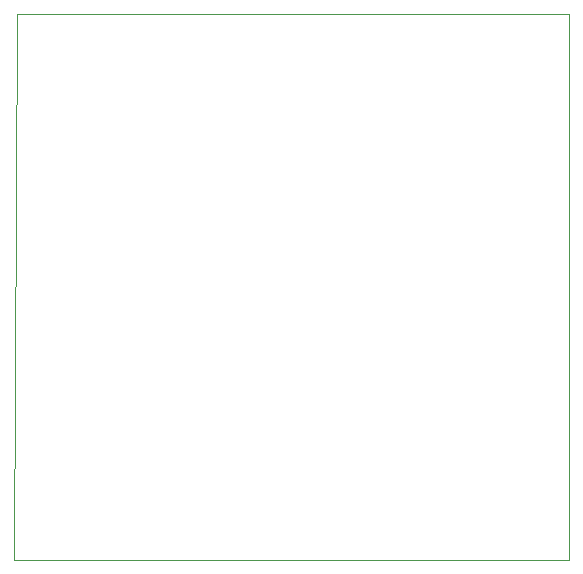
<source format=gbr>
G04 #@! TF.GenerationSoftware,KiCad,Pcbnew,(5.1.5-0-10_14)*
G04 #@! TF.CreationDate,2021-03-15T05:53:21+10:00*
G04 #@! TF.ProjectId,OH - Left Console - 8 - LOX Indicator,4f48202d-204c-4656-9674-20436f6e736f,rev?*
G04 #@! TF.SameCoordinates,Original*
G04 #@! TF.FileFunction,Profile,NP*
%FSLAX46Y46*%
G04 Gerber Fmt 4.6, Leading zero omitted, Abs format (unit mm)*
G04 Created by KiCad (PCBNEW (5.1.5-0-10_14)) date 2021-03-15 05:53:21*
%MOMM*%
%LPD*%
G04 APERTURE LIST*
%ADD10C,0.050000*%
G04 APERTURE END LIST*
D10*
X117983000Y-75184000D02*
X117729000Y-121412000D01*
X164719000Y-121412000D02*
X117729000Y-121412000D01*
X164719000Y-75184000D02*
X164719000Y-121412000D01*
X117983000Y-75184000D02*
X164719000Y-75184000D01*
M02*

</source>
